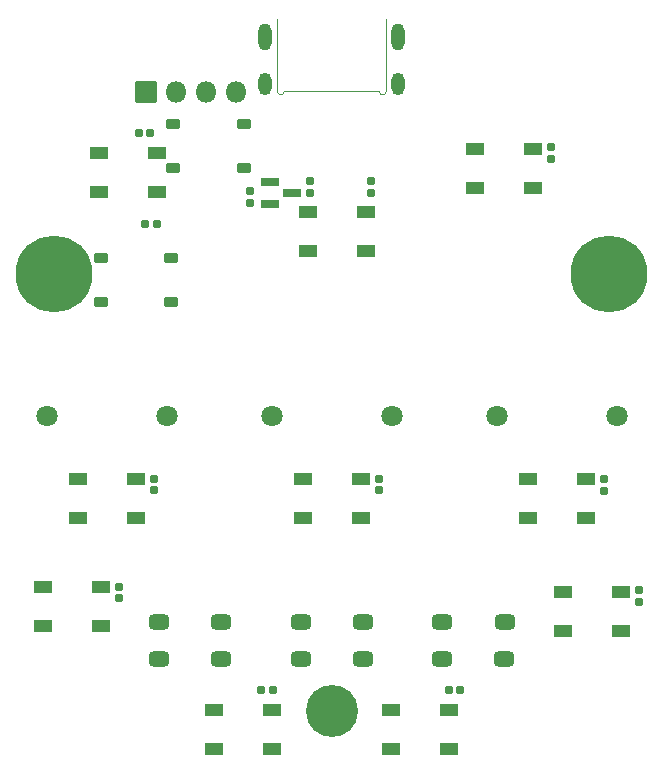
<source format=gbr>
%TF.GenerationSoftware,KiCad,Pcbnew,(7.0.0-0)*%
%TF.CreationDate,2023-04-23T13:29:19-05:00*%
%TF.ProjectId,RP2040,52503230-3430-42e6-9b69-6361645f7063,REV1*%
%TF.SameCoordinates,Original*%
%TF.FileFunction,Soldermask,Bot*%
%TF.FilePolarity,Negative*%
%FSLAX46Y46*%
G04 Gerber Fmt 4.6, Leading zero omitted, Abs format (unit mm)*
G04 Created by KiCad (PCBNEW (7.0.0-0)) date 2023-04-23 13:29:19*
%MOMM*%
%LPD*%
G01*
G04 APERTURE LIST*
G04 Aperture macros list*
%AMRoundRect*
0 Rectangle with rounded corners*
0 $1 Rounding radius*
0 $2 $3 $4 $5 $6 $7 $8 $9 X,Y pos of 4 corners*
0 Add a 4 corners polygon primitive as box body*
4,1,4,$2,$3,$4,$5,$6,$7,$8,$9,$2,$3,0*
0 Add four circle primitives for the rounded corners*
1,1,$1+$1,$2,$3*
1,1,$1+$1,$4,$5*
1,1,$1+$1,$6,$7*
1,1,$1+$1,$8,$9*
0 Add four rect primitives between the rounded corners*
20,1,$1+$1,$2,$3,$4,$5,0*
20,1,$1+$1,$4,$5,$6,$7,0*
20,1,$1+$1,$6,$7,$8,$9,0*
20,1,$1+$1,$8,$9,$2,$3,0*%
G04 Aperture macros list end*
%TA.AperFunction,Profile*%
%ADD10C,0.120000*%
%TD*%
%ADD11O,1.102000X1.902000*%
%ADD12O,1.102000X2.302000*%
%ADD13RoundRect,0.051000X0.850000X-0.850000X0.850000X0.850000X-0.850000X0.850000X-0.850000X-0.850000X0*%
%ADD14O,1.802000X1.802000*%
%ADD15RoundRect,0.191000X-0.140000X-0.170000X0.140000X-0.170000X0.140000X0.170000X-0.140000X0.170000X0*%
%ADD16RoundRect,0.351000X0.500000X0.300000X-0.500000X0.300000X-0.500000X-0.300000X0.500000X-0.300000X0*%
%ADD17RoundRect,0.051000X0.750000X0.450000X-0.750000X0.450000X-0.750000X-0.450000X0.750000X-0.450000X0*%
%ADD18RoundRect,0.051000X0.500000X0.375000X-0.500000X0.375000X-0.500000X-0.375000X0.500000X-0.375000X0*%
%ADD19RoundRect,0.191000X-0.170000X0.140000X-0.170000X-0.140000X0.170000X-0.140000X0.170000X0.140000X0*%
%ADD20RoundRect,0.186000X-0.185000X0.135000X-0.185000X-0.135000X0.185000X-0.135000X0.185000X0.135000X0*%
%ADD21C,4.402000*%
%ADD22RoundRect,0.191000X0.140000X0.170000X-0.140000X0.170000X-0.140000X-0.170000X0.140000X-0.170000X0*%
%ADD23C,1.802000*%
%ADD24C,6.502000*%
%ADD25RoundRect,0.051000X-0.500000X-0.375000X0.500000X-0.375000X0.500000X0.375000X-0.500000X0.375000X0*%
%ADD26RoundRect,0.191000X0.170000X-0.140000X0.170000X0.140000X-0.170000X0.140000X-0.170000X-0.140000X0*%
%ADD27RoundRect,0.186000X0.185000X-0.135000X0.185000X0.135000X-0.185000X0.135000X-0.185000X-0.135000X0*%
%ADD28RoundRect,0.201000X-0.587500X-0.150000X0.587500X-0.150000X0.587500X0.150000X-0.587500X0.150000X0*%
G04 APERTURE END LIST*
D10*
%TO.C,P1*%
X4620000Y27520000D02*
X4625000Y33620000D01*
X4025000Y27495000D02*
X-4025000Y27495000D01*
X-4620000Y27520000D02*
X-4625000Y33620000D01*
X4025000Y27495000D02*
G75*
G03*
X4620000Y27520000I297500J12500D01*
G01*
X-4620000Y27520000D02*
G75*
G03*
X-4025000Y27495000I297500J-12500D01*
G01*
%TD*%
D11*
%TO.C,P1*%
X5619999Y28119999D03*
D12*
X5619999Y32119999D03*
D11*
X-5619999Y28119999D03*
D12*
X-5619999Y32119999D03*
%TD*%
D13*
%TO.C,J1*%
X-15710000Y27420000D03*
D14*
X-13169999Y27419999D03*
X-10629999Y27419999D03*
X-8089999Y27419999D03*
%TD*%
D15*
%TO.C,R6*%
X-15780000Y16310000D03*
X-14820000Y16310000D03*
%TD*%
D16*
%TO.C,SW4*%
X14650000Y-17400000D03*
X9375000Y-17400000D03*
X14625000Y-20600000D03*
X9375000Y-20600000D03*
%TD*%
D17*
%TO.C,D10*%
X-14820000Y22320000D03*
X-14820000Y19020000D03*
X-19720000Y19020000D03*
X-19720000Y22320000D03*
%TD*%
D18*
%TO.C,SW1*%
X-7430000Y24775000D03*
X-13430000Y24775000D03*
X-7430000Y21025000D03*
X-13430000Y21025000D03*
%TD*%
D19*
%TO.C,C33*%
X-18000000Y-14470000D03*
X-18000000Y-15430000D03*
%TD*%
D20*
%TO.C,R9*%
X-6932500Y19100000D03*
X-6932500Y18080000D03*
%TD*%
D21*
%TO.C,H3*%
X0Y-25000000D03*
%TD*%
D22*
%TO.C,C34*%
X-15370000Y23970000D03*
X-16330000Y23970000D03*
%TD*%
D16*
%TO.C,SW3*%
X-9350000Y-17400000D03*
X-14625000Y-17400000D03*
X-9375000Y-20600000D03*
X-14625000Y-20600000D03*
%TD*%
D23*
%TO.C,REF\u002A\u002A*%
X24130000Y0D03*
X13970000Y0D03*
%TD*%
D19*
%TO.C,C27*%
X23020000Y-5350000D03*
X23020000Y-6310000D03*
%TD*%
D17*
%TO.C,D1*%
X-16600000Y-5350000D03*
X-16600000Y-8650000D03*
X-21500000Y-8650000D03*
X-21500000Y-5350000D03*
%TD*%
D19*
%TO.C,C25*%
X-15050000Y-5320000D03*
X-15050000Y-6280000D03*
%TD*%
D23*
%TO.C,REF\u002A\u002A*%
X5080000Y0D03*
X-5080000Y0D03*
%TD*%
D19*
%TO.C,C29*%
X18560000Y22750000D03*
X18560000Y21790000D03*
%TD*%
D24*
%TO.C,H2*%
X-23500000Y12000000D03*
%TD*%
D19*
%TO.C,C26*%
X3960000Y-5310000D03*
X3960000Y-6270000D03*
%TD*%
D22*
%TO.C,C32*%
X-5010000Y-23170000D03*
X-5970000Y-23170000D03*
%TD*%
D17*
%TO.C,D3*%
X21500000Y-5350000D03*
X21500000Y-8650000D03*
X16600000Y-8650000D03*
X16600000Y-5350000D03*
%TD*%
D24*
%TO.C,H1*%
X23500000Y12000000D03*
%TD*%
D25*
%TO.C,SW2*%
X-19570000Y9680000D03*
X-13570000Y9680000D03*
X-19570000Y13430000D03*
X-13570000Y13430000D03*
%TD*%
D17*
%TO.C,D2*%
X2450000Y-5350000D03*
X2450000Y-8650000D03*
X-2450000Y-8650000D03*
X-2450000Y-5350000D03*
%TD*%
D19*
%TO.C,C30*%
X26045000Y-14745000D03*
X26045000Y-15705000D03*
%TD*%
D16*
%TO.C,SW5*%
X2650000Y-17400000D03*
X-2625000Y-17400000D03*
X2625000Y-20600000D03*
X-2625000Y-20600000D03*
%TD*%
D17*
%TO.C,D4*%
X2880000Y17260000D03*
X2880000Y13960000D03*
X-2020000Y13960000D03*
X-2020000Y17260000D03*
%TD*%
D26*
%TO.C,C28*%
X3360000Y18920000D03*
X3360000Y19880000D03*
%TD*%
D27*
%TO.C,R10*%
X-1805000Y18895000D03*
X-1805000Y19915000D03*
%TD*%
D23*
%TO.C,REF\u002A\u002A*%
X-13970000Y0D03*
X-24130000Y0D03*
%TD*%
D17*
%TO.C,D8*%
X-5050000Y-24850000D03*
X-5050000Y-28150000D03*
X-9950000Y-28150000D03*
X-9950000Y-24850000D03*
%TD*%
%TO.C,D9*%
X-19580000Y-14450000D03*
X-19580000Y-17750000D03*
X-24480000Y-17750000D03*
X-24480000Y-14450000D03*
%TD*%
D28*
%TO.C,Q1*%
X-5230000Y17930000D03*
X-5230000Y19830000D03*
X-3355000Y18880000D03*
%TD*%
D17*
%TO.C,D6*%
X24475000Y-14855000D03*
X24475000Y-18155000D03*
X19575000Y-18155000D03*
X19575000Y-14855000D03*
%TD*%
%TO.C,D7*%
X9950000Y-24850000D03*
X9950000Y-28150000D03*
X5050000Y-28150000D03*
X5050000Y-24850000D03*
%TD*%
%TO.C,D5*%
X17060000Y22630000D03*
X17060000Y19330000D03*
X12160000Y19330000D03*
X12160000Y22630000D03*
%TD*%
D15*
%TO.C,C31*%
X9890000Y-23200000D03*
X10850000Y-23200000D03*
%TD*%
M02*

</source>
